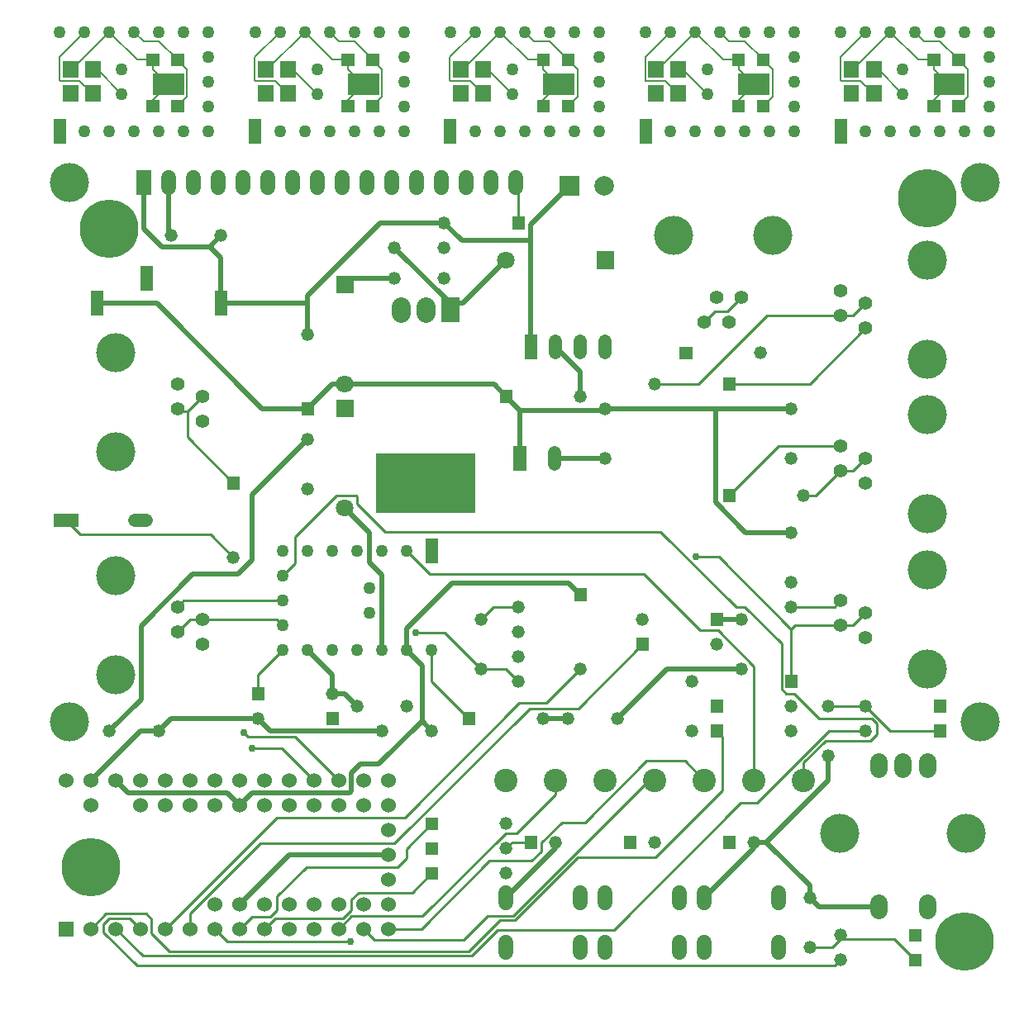
<source format=gbl>
%FSLAX24Y24*%
%MOIN*%
%ADD10C,0.0080*%
%ADD11C,0.0090*%
%ADD12C,0.0200*%
%ADD13C,0.0300*%
%ADD14C,0.0500*%
%ADD15C,0.0520*%
%ADD16C,0.0551*%
%ADD17C,0.0591*%
%ADD18C,0.0600*%
%ADD19C,0.0700*%
%ADD20C,0.0709*%
%ADD21C,0.0750*%
%ADD22C,0.0787*%
%ADD23C,0.0945*%
%ADD24C,0.1575*%
%ADD25C,0.2362*%
D10*
G01X2000Y38458D02*
X986Y37444D01*
X986Y36517D01*
X1009Y36494D01*
X1800Y36494D01*
X2328Y35966D01*
X3000Y38458D02*
X4125Y37333D01*
X4750Y37333D01*
X3000Y38458D02*
X1492Y36950D01*
X1422Y36950D01*
X5375Y36333D02*
X4750Y36958D01*
X4750Y37333D01*
X4750Y35458D02*
X4750Y35707D01*
X5375Y36333D01*
X3500Y35958D02*
X2508Y36950D01*
X2328Y36950D01*
X5750Y37333D02*
X6127Y36956D01*
X6127Y35835D01*
X5750Y35458D01*
X4000Y38458D02*
X4371Y38087D01*
X4996Y38087D01*
X5750Y37333D01*
X9874Y38458D02*
X8860Y37444D01*
X8860Y36517D01*
X8883Y36494D01*
X9674Y36494D01*
X10202Y35966D01*
X10874Y38458D02*
X11999Y37333D01*
X12624Y37333D01*
X10874Y38458D02*
X9366Y36950D01*
X9296Y36950D01*
X13249Y36333D02*
X12624Y36958D01*
X12624Y37333D01*
X12624Y35458D02*
X12624Y35707D01*
X13249Y36333D01*
X11374Y35958D02*
X10382Y36950D01*
X10202Y36950D01*
X13624Y37333D02*
X14001Y36956D01*
X14001Y35835D01*
X13624Y35458D01*
X11874Y38458D02*
X12245Y38087D01*
X12870Y38087D01*
X13624Y37333D01*
X17748Y38458D02*
X16734Y37444D01*
X16734Y36517D01*
X16757Y36494D01*
X17548Y36494D01*
X18076Y35966D01*
X18748Y38458D02*
X19873Y37333D01*
X20498Y37333D01*
X18748Y38458D02*
X17240Y36950D01*
X17170Y36950D01*
X21123Y36333D02*
X20498Y36958D01*
X20498Y37333D01*
X20498Y35458D02*
X20498Y35707D01*
X21123Y36333D01*
X19248Y35958D02*
X18256Y36950D01*
X18076Y36950D01*
X21498Y37333D02*
X21875Y36956D01*
X21875Y35835D01*
X21498Y35458D01*
X19748Y38458D02*
X20119Y38087D01*
X20744Y38087D01*
X21498Y37333D01*
X25622Y38458D02*
X24608Y37444D01*
X24608Y36517D01*
X24631Y36494D01*
X25422Y36494D01*
X25950Y35966D01*
X26622Y38458D02*
X27747Y37333D01*
X28372Y37333D01*
X26622Y38458D02*
X25114Y36950D01*
X25044Y36950D01*
X28997Y36333D02*
X28372Y36958D01*
X28372Y37333D01*
X28372Y35458D02*
X28372Y35707D01*
X28997Y36333D01*
X27122Y35958D02*
X26130Y36950D01*
X25950Y36950D01*
X29372Y37333D02*
X29749Y36956D01*
X29749Y35835D01*
X29372Y35458D01*
X27622Y38458D02*
X27993Y38087D01*
X28618Y38087D01*
X29372Y37333D01*
X33496Y38458D02*
X32482Y37444D01*
X32482Y36517D01*
X32505Y36494D01*
X33296Y36494D01*
X33824Y35966D01*
X34496Y38458D02*
X35621Y37333D01*
X36246Y37333D01*
X34496Y38458D02*
X32988Y36950D01*
X32918Y36950D01*
X36871Y36333D02*
X36246Y36958D01*
X36246Y37333D01*
X36246Y35458D02*
X36246Y35707D01*
X36871Y36333D01*
X34996Y35958D02*
X34004Y36950D01*
X33824Y36950D01*
X37246Y37333D02*
X37623Y36956D01*
X37623Y35835D01*
X37246Y35458D01*
X35496Y38458D02*
X35867Y38087D01*
X36492Y38087D01*
X37246Y37333D01*
D11*
G01X20000Y5750D02*
X19250Y5750D01*
X19000Y5500D01*
X19500Y15250D02*
X18500Y15250D01*
X18000Y14750D01*
X27000Y8250D02*
X26210Y9040D01*
X24651Y9040D01*
X22171Y6560D01*
X21241Y6560D01*
X20410Y5729D01*
X20410Y5380D01*
X20031Y5000D01*
X18325Y5000D01*
X15575Y2250D01*
X14250Y2250D01*
X28500Y27750D02*
X27912Y27162D01*
X27412Y27162D01*
X27000Y26750D01*
X25000Y24250D02*
X26766Y24250D01*
X29516Y27000D01*
X32500Y27000D01*
X33000Y27000D01*
X33500Y27500D01*
X19375Y32375D02*
X19500Y32250D01*
X19500Y30750D01*
X16000Y6500D02*
X14993Y5493D01*
X14993Y5121D01*
X14622Y4750D01*
X10936Y4750D01*
X9750Y3564D01*
X9750Y3006D01*
X9494Y2750D01*
X8750Y2750D01*
X8250Y2250D01*
X32000Y11250D02*
X33500Y11250D01*
X34500Y10250D01*
X36500Y10250D01*
X25000Y8250D02*
X24744Y8250D01*
X19272Y2778D01*
X18264Y2778D01*
X17300Y1814D01*
X13686Y1814D01*
X13250Y2250D01*
X30500Y15250D02*
X32250Y15250D01*
X32500Y15500D01*
X30500Y14361D02*
X27572Y17288D01*
X26641Y17288D01*
X30500Y14361D02*
X30639Y14500D01*
X32500Y14500D01*
X30500Y12250D02*
X30500Y14361D01*
X32500Y14500D02*
X33000Y14500D01*
X33500Y15000D01*
X28000Y19750D02*
X30000Y21750D01*
X32500Y21750D01*
X10000Y16500D02*
X10500Y17000D01*
X10500Y18079D01*
X12152Y19731D01*
X12965Y19731D01*
X12991Y19706D01*
X12991Y19404D01*
X14104Y18291D01*
X25224Y18291D01*
X28277Y15238D01*
X28632Y15238D01*
X30104Y13766D01*
X30104Y11934D01*
X30289Y11749D01*
X30614Y11749D01*
X31613Y10750D01*
X33744Y10750D01*
X33948Y10546D01*
X33948Y10121D01*
X33681Y9854D01*
X31883Y9854D01*
X31000Y8970D01*
X31000Y8250D01*
X10000Y15500D02*
X6000Y15500D01*
X5750Y15250D01*
X11250Y8250D02*
X9948Y9552D01*
X8758Y9552D01*
X3250Y2250D02*
X4337Y1163D01*
X17617Y1163D01*
X18666Y2212D01*
X23336Y2212D01*
X28462Y7338D01*
X29111Y7338D01*
X32023Y10250D01*
X33500Y10250D01*
X15000Y17500D02*
X15909Y16591D01*
X24546Y16591D01*
X26822Y14315D01*
X27541Y14315D01*
X29000Y12856D01*
X29000Y8250D01*
X32500Y1858D02*
X32500Y2000D01*
X31250Y1500D02*
X32142Y1500D01*
X32500Y1858D01*
X34642Y1858D01*
X35500Y1000D01*
X12734Y1734D02*
X7766Y1734D01*
X7250Y2250D01*
X17500Y10750D02*
X16000Y12250D01*
X16000Y13500D01*
X8000Y20250D02*
X6150Y22100D01*
X6150Y23150D01*
X6750Y23750D02*
X6150Y23150D01*
X5850Y23150D01*
X5750Y23250D01*
X10000Y14500D02*
X9750Y14750D01*
X6750Y14750D01*
X6250Y14750D01*
X5750Y14250D01*
X6250Y2250D02*
X6250Y2876D01*
X9073Y5699D01*
X14476Y5699D01*
X19937Y11159D01*
X21909Y11159D01*
X24500Y13750D01*
X28000Y24250D02*
X31250Y24250D01*
X33500Y26500D01*
X27500Y10250D02*
X27724Y10026D01*
X27724Y7855D01*
X25016Y5147D01*
X21897Y5147D01*
X19347Y2597D01*
X18747Y2597D01*
X17494Y1344D01*
X5422Y1344D01*
X4699Y2068D01*
X4699Y2661D01*
X4493Y2867D01*
X2867Y2867D01*
X2250Y2250D01*
X32500Y20750D02*
X33000Y20750D01*
X33500Y21250D01*
X31000Y19750D02*
X31500Y19750D01*
X32500Y20750D01*
X16000Y4500D02*
X15225Y3725D01*
X13039Y3725D01*
X12750Y3435D01*
X12750Y3006D01*
X12430Y2686D01*
X9686Y2686D01*
X9250Y2250D01*
X19500Y12250D02*
X19000Y12750D01*
X18000Y12750D01*
X16522Y14228D01*
X15356Y14228D01*
X8427Y10176D02*
X8589Y10014D01*
X10486Y10014D01*
X12250Y8250D01*
X21000Y8250D02*
X21000Y7676D01*
X19428Y6104D01*
X18970Y6104D01*
X15630Y2763D01*
X12763Y2763D01*
X12250Y2250D01*
X10000Y13500D02*
X9000Y12500D01*
X9000Y11750D01*
X8000Y17250D02*
X7080Y18170D01*
X1830Y18170D01*
X1250Y18750D01*
X4250Y2250D02*
X3813Y2687D01*
X2994Y2687D01*
X2750Y2443D01*
X2750Y2128D01*
X4112Y766D01*
X32266Y766D01*
X32500Y1000D01*
X22000Y12750D02*
X20614Y11364D01*
X19524Y11364D01*
X14910Y6750D01*
X9750Y6750D01*
X5250Y2250D01*
D12*
G01X16750Y27500D02*
X17237Y27500D01*
X18987Y29250D01*
X16750Y27250D02*
X16750Y27500D01*
X14500Y29750D01*
X29500Y5750D02*
X29000Y5750D01*
X32000Y9250D02*
X32000Y8250D01*
X29500Y5750D01*
X31250Y4000D01*
X31250Y3500D01*
X27000Y3500D02*
X29000Y5500D01*
X29000Y5750D01*
X5000Y10250D02*
X4250Y10250D01*
X2250Y8250D01*
X9000Y10750D02*
X5500Y10750D01*
X5000Y10250D01*
X7500Y27500D02*
X7500Y29333D01*
X7042Y29792D01*
X7500Y27500D02*
X11000Y27500D01*
X7042Y29792D02*
X5107Y29792D01*
X4375Y30523D01*
X4375Y32375D01*
X7500Y30250D02*
X7042Y29792D01*
X11000Y27500D02*
X11000Y26250D01*
X16500Y30750D02*
X13932Y30750D01*
X11000Y27818D01*
X11000Y27500D01*
X20000Y30047D02*
X17203Y30047D01*
X16500Y30750D01*
X20000Y30047D02*
X20000Y25750D01*
X21561Y32250D02*
X20000Y30689D01*
X20000Y30047D01*
X21000Y5750D02*
X21000Y5500D01*
X19000Y3500D01*
X14000Y10250D02*
X9500Y10250D01*
X9000Y10750D01*
X20939Y21250D02*
X23000Y21250D01*
X27500Y14750D02*
X28500Y14750D01*
X20500Y10750D02*
X21500Y10750D01*
X34016Y3146D02*
X31604Y3146D01*
X31250Y3500D01*
X14250Y5250D02*
X10250Y5250D01*
X8250Y3250D01*
X14000Y13500D02*
X14000Y16537D01*
X13500Y17037D01*
X13500Y18237D01*
X12500Y19237D01*
X14500Y28500D02*
X12737Y28500D01*
X12500Y28262D01*
X22000Y23750D02*
X22000Y24750D01*
X21000Y25750D01*
X19561Y23189D02*
X19000Y23750D01*
X19561Y21250D02*
X19561Y23189D01*
X22939Y23189D01*
X23000Y23250D01*
X5375Y32375D02*
X5376Y30374D01*
X5500Y30250D01*
X2500Y27500D02*
X4907Y27500D01*
X9157Y23250D01*
X11000Y23250D01*
X11987Y24237D01*
X12500Y24237D01*
X18513Y24237D01*
X19000Y23750D01*
X28500Y12750D02*
X25500Y12750D01*
X23500Y10750D01*
X11000Y22000D02*
X8763Y19763D01*
X8763Y17145D01*
X8181Y16563D01*
X6342Y16563D01*
X4271Y14492D01*
X4271Y11521D01*
X3000Y10250D01*
X30500Y18250D02*
X28663Y18250D01*
X27437Y19476D01*
X27437Y23250D01*
X23000Y23250D02*
X27437Y23250D01*
X30500Y23250D01*
X22000Y15750D02*
X21535Y16215D01*
X16830Y16215D01*
X15000Y14385D01*
X15000Y13500D01*
X8250Y7250D02*
X7750Y7750D01*
X3750Y7750D01*
X3250Y8250D01*
X15608Y10642D02*
X13868Y8902D01*
X13113Y8902D01*
X12741Y8531D01*
X12741Y7808D01*
X12683Y7750D01*
X8750Y7750D01*
X8250Y7250D01*
X15000Y13500D02*
X15608Y12892D01*
X15608Y10642D01*
X16000Y10250D01*
X11000Y13500D02*
X12000Y12500D01*
X12000Y11750D01*
X12500Y11750D01*
X13000Y11250D01*
D13*
G01X26641Y17288D03*
X8758Y9552D03*
X12734Y1734D03*
X15356Y14228D03*
X8427Y10176D03*
D14*
G01X11000Y17500D03*
X10000Y17500D03*
X10000Y14500D03*
X14000Y17500D03*
X15000Y17500D03*
X14000Y13500D03*
X13500Y16000D03*
X12000Y13500D03*
X10000Y13500D03*
X10000Y15500D03*
X13000Y13500D03*
X12000Y17500D03*
X15000Y13500D03*
X13000Y17500D03*
X16000Y13500D03*
X13500Y15000D03*
X10000Y16500D03*
X11000Y13500D03*
X5000Y38458D03*
X2000Y34458D03*
X6000Y38458D03*
X6000Y34458D03*
X7000Y34458D03*
X2000Y38458D03*
X1000Y38458D03*
X7000Y37458D03*
X4000Y38458D03*
X3500Y35958D03*
X3500Y36958D03*
X7000Y35458D03*
X5000Y34458D03*
X7000Y36458D03*
X7000Y38458D03*
X3000Y34458D03*
X4000Y34458D03*
X3000Y38458D03*
X12874Y38458D03*
X9874Y34458D03*
X13874Y38458D03*
X13874Y34458D03*
X14874Y34458D03*
X9874Y38458D03*
X8874Y38458D03*
X14874Y37458D03*
X11874Y38458D03*
X11374Y35958D03*
X11374Y36958D03*
X14874Y35458D03*
X12874Y34458D03*
X14874Y36458D03*
X14874Y38458D03*
X10874Y34458D03*
X11874Y34458D03*
X10874Y38458D03*
X20748Y38458D03*
X17748Y34458D03*
X21748Y38458D03*
X21748Y34458D03*
X22748Y34458D03*
X17748Y38458D03*
X16748Y38458D03*
X22748Y37458D03*
X19748Y38458D03*
X19248Y35958D03*
X19248Y36958D03*
X22748Y35458D03*
X20748Y34458D03*
X22748Y36458D03*
X22748Y38458D03*
X18748Y34458D03*
X19748Y34458D03*
X18748Y38458D03*
X28622Y38458D03*
X25622Y34458D03*
X29622Y38458D03*
X29622Y34458D03*
X30622Y34458D03*
X25622Y38458D03*
X24622Y38458D03*
X30622Y37458D03*
X27622Y38458D03*
X27122Y35958D03*
X27122Y36958D03*
X30622Y35458D03*
X28622Y34458D03*
X30622Y36458D03*
X30622Y38458D03*
X26622Y34458D03*
X27622Y34458D03*
X26622Y38458D03*
X36496Y38458D03*
X33496Y34458D03*
X37496Y38458D03*
X37496Y34458D03*
X38496Y34458D03*
X33496Y38458D03*
X32496Y38458D03*
X38496Y37458D03*
X35496Y38458D03*
X34996Y35958D03*
X34996Y36958D03*
X38496Y35458D03*
X36496Y34458D03*
X38496Y36458D03*
X38496Y38458D03*
X34496Y34458D03*
X35496Y34458D03*
X34496Y38458D03*
D15*
G01X5500Y30250D03*
X7500Y30250D03*
X23500Y10750D03*
X21500Y10750D03*
X30500Y15250D03*
X3000Y10250D03*
X5000Y10250D03*
X28500Y12750D03*
X28500Y14750D03*
X14500Y29750D03*
X16500Y29750D03*
X30500Y23250D03*
X30500Y21250D03*
X11000Y22000D03*
X11000Y20000D03*
X23000Y23250D03*
X23000Y21250D03*
X30500Y18250D03*
X30500Y16250D03*
X29250Y25500D03*
X25000Y24250D03*
X31000Y19750D03*
X14500Y28500D03*
X16500Y28500D03*
X11000Y26250D03*
X16500Y30750D03*
X4490Y18750D02*
X4010Y18750D01*
X8000Y17250D03*
X27500Y13750D03*
X24500Y14750D03*
X19500Y13250D03*
X19500Y12250D03*
X19500Y14250D03*
X19500Y15250D03*
X18000Y14750D03*
X18000Y12750D03*
X16000Y10250D03*
X14000Y10250D03*
X22000Y12750D03*
X20500Y10750D03*
X9000Y10750D03*
X12000Y11750D03*
X13000Y11250D03*
X15000Y11250D03*
X21000Y25990D02*
X21000Y25510D01*
X22000Y25990D02*
X22000Y25510D01*
X23000Y25990D02*
X23000Y25510D01*
X22000Y23750D03*
X20939Y21010D02*
X20939Y21490D01*
X29000Y5750D03*
X25000Y5750D03*
X21000Y5750D03*
X19000Y5500D03*
X19000Y6500D03*
X19000Y4500D03*
X32500Y2000D03*
X32500Y1000D03*
X31250Y1500D03*
X31250Y3500D03*
X33500Y11250D03*
X33500Y10250D03*
X32000Y9250D03*
X32000Y11250D03*
X30500Y10250D03*
X30500Y11250D03*
X26500Y10250D03*
X26500Y12250D03*
D16*
G01X33500Y14000D03*
X32500Y15500D03*
X33500Y15000D03*
X32500Y14500D03*
X33500Y20250D03*
X32500Y21750D03*
X33500Y21250D03*
X32500Y20750D03*
X33500Y26500D03*
X32500Y28000D03*
X33500Y27500D03*
X32500Y27000D03*
X28500Y27750D03*
X27000Y26750D03*
X27500Y27750D03*
X28000Y26750D03*
X5750Y24250D03*
X6750Y22750D03*
X5750Y23250D03*
X6750Y23750D03*
X5750Y15250D03*
X6750Y13750D03*
X5750Y14250D03*
X6750Y14750D03*
D17*
G01X14375Y32580D02*
X14375Y32170D01*
X7375Y32580D02*
X7375Y32170D01*
X15375Y32580D02*
X15375Y32170D01*
X10375Y32580D02*
X10375Y32170D01*
X13375Y32580D02*
X13375Y32170D01*
X18375Y32580D02*
X18375Y32170D01*
X11375Y32580D02*
X11375Y32170D01*
X8375Y32580D02*
X8375Y32170D01*
X19375Y32580D02*
X19375Y32170D01*
X6375Y32580D02*
X6375Y32170D01*
X12375Y32580D02*
X12375Y32170D01*
X9375Y32580D02*
X9375Y32170D01*
X16375Y32580D02*
X16375Y32170D01*
X17375Y32580D02*
X17375Y32170D01*
X5375Y32580D02*
X5375Y32170D01*
D18*
G01X13250Y8250D03*
X5250Y8250D03*
X11250Y7250D03*
X13250Y7250D03*
X7250Y7250D03*
X8250Y2250D03*
X14250Y2250D03*
X7250Y2250D03*
X9250Y7250D03*
X4250Y8250D03*
X7250Y3250D03*
X10250Y2250D03*
X6250Y8250D03*
X8250Y3250D03*
X12250Y3250D03*
X9250Y2250D03*
X9250Y3250D03*
X10250Y7250D03*
X12250Y8250D03*
X13250Y2250D03*
X14250Y8250D03*
X6250Y7250D03*
X10250Y3250D03*
X8250Y7250D03*
X9250Y8250D03*
X3250Y8250D03*
X11250Y2250D03*
X4250Y2250D03*
X12250Y2250D03*
X14250Y7250D03*
X14250Y3250D03*
X13250Y3250D03*
X7250Y8250D03*
X8250Y8250D03*
X4250Y7250D03*
X14250Y5250D03*
X11250Y3250D03*
X3250Y2250D03*
X5250Y7250D03*
X1250Y8250D03*
X14250Y6250D03*
X2250Y8250D03*
X12250Y7250D03*
X6250Y2250D03*
X11250Y8250D03*
X5250Y2250D03*
X14250Y4250D03*
X2250Y2250D03*
X2250Y7250D03*
X10250Y8250D03*
X22000Y3700D02*
X22000Y3300D01*
X22000Y1700D02*
X22000Y1300D01*
X19000Y1700D02*
X19000Y1300D01*
X19000Y3700D02*
X19000Y3300D01*
X26000Y3700D02*
X26000Y3300D01*
X26000Y1700D02*
X26000Y1300D01*
X23000Y1700D02*
X23000Y1300D01*
X23000Y3700D02*
X23000Y3300D01*
X30000Y3700D02*
X30000Y3300D01*
X30000Y1700D02*
X30000Y1300D01*
X27000Y1700D02*
X27000Y1300D01*
X27000Y3700D02*
X27000Y3300D01*
D19*
G01X35000Y9004D02*
X35000Y8704D01*
X35984Y3296D02*
X35984Y2996D01*
X34016Y3296D02*
X34016Y2996D01*
X35984Y9004D02*
X35984Y8704D01*
X34016Y9004D02*
X34016Y8704D01*
D20*
G01X18987Y29250D03*
X12500Y24237D03*
X12500Y19237D03*
D21*
G01X14750Y27125D02*
X14750Y27375D01*
X15750Y27125D02*
X15750Y27375D01*
D22*
G01X22939Y32250D03*
D23*
G01X31000Y8250D03*
X19000Y8250D03*
X29000Y8250D03*
X21000Y8250D03*
X27000Y8250D03*
X25000Y8250D03*
X23000Y8250D03*
D24*
G01X36000Y16750D03*
X36000Y12750D03*
X36000Y23000D03*
X36000Y19000D03*
X36000Y29250D03*
X36000Y25250D03*
X25750Y30250D03*
X29750Y30250D03*
X1375Y32375D03*
X1375Y10625D03*
X38125Y10625D03*
X38125Y32375D03*
X3250Y21500D03*
X3250Y25500D03*
X3250Y12500D03*
X3250Y16500D03*
X32441Y6098D03*
X37559Y6098D03*
D25*
G01X37500Y1750D03*
X36000Y31750D03*
X3000Y30500D03*
X2250Y4750D03*
G36*
X22657Y28895D02*
X23366Y28895D01*
X23366Y29604D01*
X22657Y29604D01*
X22657Y28895D01*
G37*
G36*
X30240Y12510D02*
X30240Y11990D01*
X30760Y11990D01*
X30760Y12510D01*
X30240Y12510D01*
G37*
G36*
X21954Y32643D02*
X21167Y32643D01*
X21167Y31856D01*
X21954Y31856D01*
X21954Y32643D01*
G37*
G36*
X16375Y26750D02*
X17125Y26750D01*
X17125Y27750D01*
X16375Y27750D01*
X16375Y26750D01*
G37*
G36*
X13750Y19050D02*
X17750Y19050D01*
X17750Y21450D01*
X13750Y21450D01*
X13750Y19050D01*
G37*
G36*
X26510Y25760D02*
X25990Y25760D01*
X25990Y25240D01*
X26510Y25240D01*
X26510Y25760D01*
G37*
G36*
X27740Y23990D02*
X28260Y23990D01*
X28260Y24510D01*
X27740Y24510D01*
X27740Y23990D01*
G37*
G36*
X28260Y20010D02*
X27740Y20010D01*
X27740Y19490D01*
X28260Y19490D01*
X28260Y20010D01*
G37*
G36*
X1550Y2550D02*
X950Y2550D01*
X950Y1950D01*
X1550Y1950D01*
X1550Y2550D01*
G37*
G36*
X12854Y27907D02*
X12854Y28616D01*
X12145Y28616D01*
X12145Y27907D01*
X12854Y27907D01*
G37*
G36*
X12854Y22907D02*
X12854Y23616D01*
X12145Y23616D01*
X12145Y22907D01*
X12854Y22907D01*
G37*
G36*
X10740Y23510D02*
X10740Y22990D01*
X11260Y22990D01*
X11260Y23510D01*
X10740Y23510D01*
G37*
G36*
X4670Y32875D02*
X4079Y32875D01*
X4079Y31875D01*
X4670Y31875D01*
X4670Y32875D01*
G37*
G36*
X4240Y28000D02*
X4760Y28000D01*
X4760Y29000D01*
X4240Y29000D01*
X4240Y28000D01*
G37*
G36*
X2240Y27000D02*
X2760Y27000D01*
X2760Y28000D01*
X2240Y28000D01*
X2240Y27000D01*
G37*
G36*
X7240Y27000D02*
X7760Y27000D01*
X7760Y28000D01*
X7240Y28000D01*
X7240Y27000D01*
G37*
G36*
X19240Y30490D02*
X19760Y30490D01*
X19760Y31010D01*
X19240Y31010D01*
X19240Y30490D01*
G37*
G36*
X1750Y18490D02*
X1750Y19010D01*
X750Y19010D01*
X750Y18490D01*
X1750Y18490D01*
G37*
G36*
X8260Y19990D02*
X8260Y20510D01*
X7740Y20510D01*
X7740Y19990D01*
X8260Y19990D01*
G37*
G36*
X15750Y17000D02*
X16250Y17000D01*
X16250Y18000D01*
X15750Y18000D01*
X15750Y17000D01*
G37*
G36*
X24760Y14010D02*
X24240Y14010D01*
X24240Y13490D01*
X24760Y13490D01*
X24760Y14010D01*
G37*
G36*
X27240Y14490D02*
X27760Y14490D01*
X27760Y15010D01*
X27240Y15010D01*
X27240Y14490D01*
G37*
G36*
X22260Y15490D02*
X22260Y16010D01*
X21740Y16010D01*
X21740Y15490D01*
X22260Y15490D01*
G37*
G36*
X17760Y11010D02*
X17240Y11010D01*
X17240Y10490D01*
X17760Y10490D01*
X17760Y11010D01*
G37*
G36*
X11740Y10490D02*
X12260Y10490D01*
X12260Y11010D01*
X11740Y11010D01*
X11740Y10490D01*
G37*
G36*
X9260Y12010D02*
X8740Y12010D01*
X8740Y11490D01*
X9260Y11490D01*
X9260Y12010D01*
G37*
G36*
X20260Y26250D02*
X19740Y26250D01*
X19740Y25250D01*
X20260Y25250D01*
X20260Y26250D01*
G37*
G36*
X19260Y24010D02*
X18740Y24010D01*
X18740Y23490D01*
X19260Y23490D01*
X19260Y24010D01*
G37*
G36*
X19301Y20750D02*
X19821Y20750D01*
X19821Y21750D01*
X19301Y21750D01*
X19301Y20750D01*
G37*
G36*
X28260Y6010D02*
X27740Y6010D01*
X27740Y5490D01*
X28260Y5490D01*
X28260Y6010D01*
G37*
G36*
X24260Y6010D02*
X23740Y6010D01*
X23740Y5490D01*
X24260Y5490D01*
X24260Y6010D01*
G37*
G36*
X20260Y6010D02*
X19740Y6010D01*
X19740Y5490D01*
X20260Y5490D01*
X20260Y6010D01*
G37*
G36*
X16260Y5760D02*
X15740Y5760D01*
X15740Y5240D01*
X16260Y5240D01*
X16260Y5760D01*
G37*
G36*
X16260Y6760D02*
X15740Y6760D01*
X15740Y6240D01*
X16260Y6240D01*
X16260Y6760D01*
G37*
G36*
X16260Y4760D02*
X15740Y4760D01*
X15740Y4240D01*
X16260Y4240D01*
X16260Y4760D01*
G37*
G36*
X35240Y1740D02*
X35760Y1740D01*
X35760Y2260D01*
X35240Y2260D01*
X35240Y1740D01*
G37*
G36*
X35240Y740D02*
X35760Y740D01*
X35760Y1260D01*
X35240Y1260D01*
X35240Y740D01*
G37*
G36*
X36240Y10990D02*
X36760Y10990D01*
X36760Y11510D01*
X36240Y11510D01*
X36240Y10990D01*
G37*
G36*
X36240Y9990D02*
X36760Y9990D01*
X36760Y10510D01*
X36240Y10510D01*
X36240Y9990D01*
G37*
G36*
X27760Y10510D02*
X27240Y10510D01*
X27240Y9990D01*
X27760Y9990D01*
X27760Y10510D01*
G37*
G36*
X27760Y11510D02*
X27240Y11510D01*
X27240Y10990D01*
X27760Y10990D01*
X27760Y11510D01*
G37*
G36*
X2643Y35631D02*
X2643Y36300D01*
X2013Y36300D01*
X2013Y35631D01*
X2643Y35631D01*
G37*
G36*
X1737Y35631D02*
X1737Y36300D01*
X1107Y36300D01*
X1107Y35631D01*
X1737Y35631D01*
G37*
G36*
X2643Y36615D02*
X2643Y37284D01*
X2013Y37284D01*
X2013Y36615D01*
X2643Y36615D01*
G37*
G36*
X1737Y36615D02*
X1737Y37284D01*
X1107Y37284D01*
X1107Y36615D01*
X1737Y36615D01*
G37*
G36*
X6010Y37583D02*
X5490Y37583D01*
X5490Y37083D01*
X6010Y37083D01*
X6010Y37583D01*
G37*
G36*
X5010Y37583D02*
X4490Y37583D01*
X4490Y37083D01*
X5010Y37083D01*
X5010Y37583D01*
G37*
G36*
X4745Y36766D02*
X4745Y35900D01*
X6005Y35900D01*
X6005Y36766D01*
X4745Y36766D01*
G37*
G36*
X1250Y34958D02*
X750Y34958D01*
X750Y33958D01*
X1250Y33958D01*
X1250Y34958D01*
G37*
G36*
X6010Y35708D02*
X5490Y35708D01*
X5490Y35208D01*
X6010Y35208D01*
X6010Y35708D01*
G37*
G36*
X5010Y35708D02*
X4490Y35708D01*
X4490Y35208D01*
X5010Y35208D01*
X5010Y35708D01*
G37*
G36*
X10517Y35631D02*
X10517Y36300D01*
X9887Y36300D01*
X9887Y35631D01*
X10517Y35631D01*
G37*
G36*
X9611Y35631D02*
X9611Y36300D01*
X8981Y36300D01*
X8981Y35631D01*
X9611Y35631D01*
G37*
G36*
X10517Y36615D02*
X10517Y37284D01*
X9887Y37284D01*
X9887Y36615D01*
X10517Y36615D01*
G37*
G36*
X9611Y36615D02*
X9611Y37284D01*
X8981Y37284D01*
X8981Y36615D01*
X9611Y36615D01*
G37*
G36*
X13884Y37583D02*
X13364Y37583D01*
X13364Y37083D01*
X13884Y37083D01*
X13884Y37583D01*
G37*
G36*
X12884Y37583D02*
X12364Y37583D01*
X12364Y37083D01*
X12884Y37083D01*
X12884Y37583D01*
G37*
G36*
X12619Y36766D02*
X12619Y35900D01*
X13879Y35900D01*
X13879Y36766D01*
X12619Y36766D01*
G37*
G36*
X9124Y34958D02*
X8624Y34958D01*
X8624Y33958D01*
X9124Y33958D01*
X9124Y34958D01*
G37*
G36*
X13884Y35708D02*
X13364Y35708D01*
X13364Y35208D01*
X13884Y35208D01*
X13884Y35708D01*
G37*
G36*
X12884Y35708D02*
X12364Y35708D01*
X12364Y35208D01*
X12884Y35208D01*
X12884Y35708D01*
G37*
G36*
X18391Y35631D02*
X18391Y36300D01*
X17761Y36300D01*
X17761Y35631D01*
X18391Y35631D01*
G37*
G36*
X17485Y35631D02*
X17485Y36300D01*
X16855Y36300D01*
X16855Y35631D01*
X17485Y35631D01*
G37*
G36*
X18391Y36615D02*
X18391Y37284D01*
X17761Y37284D01*
X17761Y36615D01*
X18391Y36615D01*
G37*
G36*
X17485Y36615D02*
X17485Y37284D01*
X16855Y37284D01*
X16855Y36615D01*
X17485Y36615D01*
G37*
G36*
X21758Y37583D02*
X21238Y37583D01*
X21238Y37083D01*
X21758Y37083D01*
X21758Y37583D01*
G37*
G36*
X20758Y37583D02*
X20238Y37583D01*
X20238Y37083D01*
X20758Y37083D01*
X20758Y37583D01*
G37*
G36*
X20493Y36766D02*
X20493Y35900D01*
X21753Y35900D01*
X21753Y36766D01*
X20493Y36766D01*
G37*
G36*
X16998Y34958D02*
X16498Y34958D01*
X16498Y33958D01*
X16998Y33958D01*
X16998Y34958D01*
G37*
G36*
X21758Y35708D02*
X21238Y35708D01*
X21238Y35208D01*
X21758Y35208D01*
X21758Y35708D01*
G37*
G36*
X20758Y35708D02*
X20238Y35708D01*
X20238Y35208D01*
X20758Y35208D01*
X20758Y35708D01*
G37*
G36*
X26265Y35631D02*
X26265Y36300D01*
X25635Y36300D01*
X25635Y35631D01*
X26265Y35631D01*
G37*
G36*
X25359Y35631D02*
X25359Y36300D01*
X24729Y36300D01*
X24729Y35631D01*
X25359Y35631D01*
G37*
G36*
X26265Y36615D02*
X26265Y37284D01*
X25635Y37284D01*
X25635Y36615D01*
X26265Y36615D01*
G37*
G36*
X25359Y36615D02*
X25359Y37284D01*
X24729Y37284D01*
X24729Y36615D01*
X25359Y36615D01*
G37*
G36*
X29632Y37583D02*
X29112Y37583D01*
X29112Y37083D01*
X29632Y37083D01*
X29632Y37583D01*
G37*
G36*
X28632Y37583D02*
X28112Y37583D01*
X28112Y37083D01*
X28632Y37083D01*
X28632Y37583D01*
G37*
G36*
X28367Y36766D02*
X28367Y35900D01*
X29627Y35900D01*
X29627Y36766D01*
X28367Y36766D01*
G37*
G36*
X24872Y34958D02*
X24372Y34958D01*
X24372Y33958D01*
X24872Y33958D01*
X24872Y34958D01*
G37*
G36*
X29632Y35708D02*
X29112Y35708D01*
X29112Y35208D01*
X29632Y35208D01*
X29632Y35708D01*
G37*
G36*
X28632Y35708D02*
X28112Y35708D01*
X28112Y35208D01*
X28632Y35208D01*
X28632Y35708D01*
G37*
G36*
X34139Y35631D02*
X34139Y36300D01*
X33509Y36300D01*
X33509Y35631D01*
X34139Y35631D01*
G37*
G36*
X33233Y35631D02*
X33233Y36300D01*
X32603Y36300D01*
X32603Y35631D01*
X33233Y35631D01*
G37*
G36*
X34139Y36615D02*
X34139Y37284D01*
X33509Y37284D01*
X33509Y36615D01*
X34139Y36615D01*
G37*
G36*
X33233Y36615D02*
X33233Y37284D01*
X32603Y37284D01*
X32603Y36615D01*
X33233Y36615D01*
G37*
G36*
X37506Y37583D02*
X36986Y37583D01*
X36986Y37083D01*
X37506Y37083D01*
X37506Y37583D01*
G37*
G36*
X36506Y37583D02*
X35986Y37583D01*
X35986Y37083D01*
X36506Y37083D01*
X36506Y37583D01*
G37*
G36*
X36241Y36766D02*
X36241Y35900D01*
X37501Y35900D01*
X37501Y36766D01*
X36241Y36766D01*
G37*
G36*
X32746Y34958D02*
X32246Y34958D01*
X32246Y33958D01*
X32746Y33958D01*
X32746Y34958D01*
G37*
G36*
X37506Y35708D02*
X36986Y35708D01*
X36986Y35208D01*
X37506Y35208D01*
X37506Y35708D01*
G37*
G36*
X36506Y35708D02*
X35986Y35708D01*
X35986Y35208D01*
X36506Y35208D01*
X36506Y35708D01*
G37*
M02*

</source>
